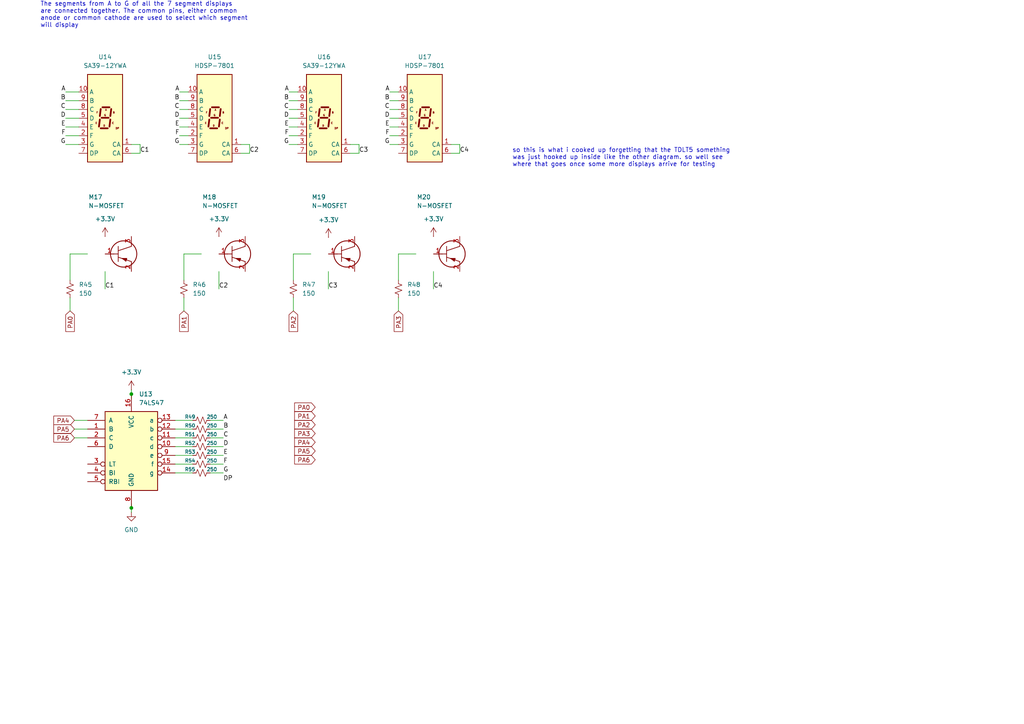
<source format=kicad_sch>
(kicad_sch (version 20231120) (generator "eeschema") (generator_version "8.0")
  (paper "A4")
  (title_block (title "7-SEG-PLACEMENT"))
  (lib_symbols
    (symbol "74xx:74HC138"
      (property "Reference" "U" (at -7.62 13.97 0))
      (property "Value" "74HC138" (at 2.54 -11.43 0))
      (symbol "74HC138_0_1"
        (rectangle (start -7.62 12.7) (end 7.62 -10.16) (stroke (width 0.254)) (fill (type background)))
      )
      (symbol "74HC138_1_1"
        (pin input line (at -10.16 10.16 0) (length 2.54) (name "A0") (number "1"))
        (pin output line (at 10.16 -2.54 180) (length 2.54) (name "~{Y5}") (number "10"))
        (pin output line (at 10.16 0 180) (length 2.54) (name "~{Y4}") (number "11"))
        (pin output line (at 10.16 2.54 180) (length 2.54) (name "~{Y3}") (number "12"))
        (pin output line (at 10.16 5.08 180) (length 2.54) (name "~{Y2}") (number "13"))
        (pin output line (at 10.16 7.62 180) (length 2.54) (name "~{Y1}") (number "14"))
        (pin output line (at 10.16 10.16 180) (length 2.54) (name "~{Y0}") (number "15"))
        (pin power_in line (at 0 15.24 270) (length 2.54) (name "VCC") (number "16"))
        (pin input line (at -10.16 7.62 0) (length 2.54) (name "A1") (number "2"))
        (pin input line (at -10.16 5.08 0) (length 2.54) (name "A2") (number "3"))
        (pin input line (at -10.16 -2.54 0) (length 2.54) (name "~{E0}") (number "4"))
        (pin input line (at -10.16 -5.08 0) (length 2.54) (name "~{E1}") (number "5"))
        (pin input line (at -10.16 -7.62 0) (length 2.54) (name "E2") (number "6"))
        (pin output line (at 10.16 -7.62 180) (length 2.54) (name "~{Y7}") (number "7"))
        (pin power_in line (at 0 -12.7 90) (length 2.54) (name "GND") (number "8"))
        (pin output line (at 10.16 -5.08 180) (length 2.54) (name "~{Y6}") (number "9"))
      )
    )
    (symbol "74xx:74LS47" (pin_names (offset 1.016))
      (property "Reference" "U" (at -7.62 11.43 0))
      (property "Value" "74LS47" (at -7.62 -13.97 0))
      (symbol "74LS47_1_0"
        (pin input line (at -12.7 5.08 0) (length 5.08) (name "B") (number "1"))
        (pin open_collector inverted (at 12.7 0 180) (length 5.08) (name "d") (number "10"))
        (pin open_collector inverted (at 12.7 2.54 180) (length 5.08) (name "c") (number "11"))
        (pin open_collector inverted (at 12.7 5.08 180) (length 5.08) (name "b") (number "12"))
        (pin open_collector inverted (at 12.7 7.62 180) (length 5.08) (name "a") (number "13"))
        (pin open_collector inverted (at 12.7 -7.62 180) (length 5.08) (name "g") (number "14"))
        (pin open_collector inverted (at 12.7 -5.08 180) (length 5.08) (name "f") (number "15"))
        (pin power_in line (at 0 15.24 270) (length 5.08) (name "VCC") (number "16"))
        (pin input line (at -12.7 2.54 0) (length 5.08) (name "C") (number "2"))
        (pin input inverted (at -12.7 -5.08 0) (length 5.08) (name "LT") (number "3"))
        (pin input inverted (at -12.7 -7.62 0) (length 5.08) (name "BI") (number "4"))
        (pin input inverted (at -12.7 -10.16 0) (length 5.08) (name "RBI") (number "5"))
        (pin input line (at -12.7 0 0) (length 5.08) (name "D") (number "6"))
        (pin input line (at -12.7 7.62 0) (length 5.08) (name "A") (number "7"))
        (pin power_in line (at 0 -17.78 90) (length 5.08) (name "GND") (number "8"))
        (pin open_collector inverted (at 12.7 -2.54 180) (length 5.08) (name "e") (number "9"))
      )
      (symbol "74LS47_1_1"
        (rectangle (start -7.62 10.16) (end 7.62 -12.7) (stroke (width 0.254)) (fill (type background)))
      )
    )
    (symbol "Device:R_Small_US" (pin_numbers hide) (pin_names (offset 0.254) hide)
      (property "Reference" "R" (at 0.762 0.508 0))
      (property "Value" "R_Small_US" (at 0.762 -1.016 0))
      (symbol "R_Small_US_1_1"
        (polyline (pts (xy 0 0) (xy 1.016 -0.381) (xy 0 -0.762) (xy -1.016 -1.143) (xy 0 -1.524)))
        (polyline (pts (xy 0 1.524) (xy 1.016 1.143) (xy 0 0.762) (xy -1.016 0.381) (xy 0 0)))
        (pin passive line (at 0 2.54 270) (length 1.016) (name "~") (number "1"))
        (pin passive line (at 0 -2.54 90) (length 1.016) (name "~") (number "2"))
      )
    )
    (symbol "Display_Character:HDSP-7801"
      (property "Reference" "U" (at -3.81 13.97 0))
      (property "Value" "HDSP-7801" (at 6.35 13.97 0))
      (symbol "HDSP-7801_1_0"
        (text "A" (at 0.254 2.413 0) (effects (font (size 0.508 0.508))))
        (text "B" (at 2.54 1.651 0) (effects (font (size 0.508 0.508))))
        (text "C" (at 2.286 -1.397 0) (effects (font (size 0.508 0.508))))
        (text "D" (at -0.254 -2.159 0) (effects (font (size 0.508 0.508))))
        (text "DP" (at 3.556 -2.921 0) (effects (font (size 0.508 0.508))))
        (text "E" (at -2.54 -1.397 0) (effects (font (size 0.508 0.508))))
        (text "F" (at -2.286 1.651 0) (effects (font (size 0.508 0.508))))
        (text "G" (at 0 0.889 0) (effects (font (size 0.508 0.508))))
      )
      (symbol "HDSP-7801_1_1"
        (rectangle (start -5.08 12.7) (end 5.08 -12.7) (stroke (width 0.254)) (fill (type background)))
        (polyline (pts (xy -1.524 -0.381) (xy -1.778 -2.413)) (stroke (width 0.508)))
        (polyline (pts (xy -1.27 -2.921) (xy 0.762 -2.921)) (stroke (width 0.508)))
        (polyline (pts (xy -1.27 2.667) (xy -1.524 0.635)) (stroke (width 0.508)))
        (polyline (pts (xy -1.016 0.127) (xy 1.016 0.127)) (stroke (width 0.508)))
        (polyline (pts (xy -0.762 3.175) (xy 1.27 3.175)) (stroke (width 0.508)))
        (polyline (pts (xy 1.524 -0.381) (xy 1.27 -2.413)) (stroke (width 0.508)))
        (polyline (pts (xy 1.778 2.667) (xy 1.524 0.635)) (stroke (width 0.508)))
        (polyline (pts (xy 2.54 -2.921) (xy 2.54 -2.921)) (stroke (width 0.508)))
        (pin input line (at 7.62 -7.62 180) (length 2.54) (name "CA") (number "1"))
        (pin input line (at -7.62 7.62 0) (length 2.54) (name "A") (number "10"))
        (pin input line (at -7.62 -5.08 0) (length 2.54) (name "F") (number "2"))
        (pin input line (at -7.62 -7.62 0) (length 2.54) (name "G") (number "3"))
        (pin input line (at -7.62 -2.54 0) (length 2.54) (name "E") (number "4"))
        (pin input line (at -7.62 0 0) (length 2.54) (name "D") (number "5"))
        (pin input line (at 7.62 -10.16 180) (length 2.54) (name "CA") (number "6"))
        (pin input line (at -7.62 -10.16 0) (length 2.54) (name "DP") (number "7"))
        (pin input line (at -7.62 2.54 0) (length 2.54) (name "C") (number "8"))
        (pin input line (at -7.62 5.08 0) (length 2.54) (name "B") (number "9"))
      )
    )
    (symbol "Display_Character:SA39-12YWA"
      (property "Reference" "U" (at -3.81 13.97 0))
      (property "Value" "SA39-12YWA" (at 6.35 13.97 0))
      (symbol "SA39-12YWA_1_0"
        (text "A" (at 0.254 2.413 0) (effects (font (size 0.508 0.508))))
        (text "B" (at 2.54 1.651 0) (effects (font (size 0.508 0.508))))
        (text "C" (at 2.286 -1.397 0) (effects (font (size 0.508 0.508))))
        (text "D" (at -0.254 -2.159 0) (effects (font (size 0.508 0.508))))
        (text "DP" (at 3.556 -2.921 0) (effects (font (size 0.508 0.508))))
        (text "E" (at -2.54 -1.397 0) (effects (font (size 0.508 0.508))))
        (text "F" (at -2.286 1.651 0) (effects (font (size 0.508 0.508))))
        (text "G" (at 0 0.889 0) (effects (font (size 0.508 0.508))))
      )
      (symbol "SA39-12YWA_1_1"
        (rectangle (start -5.08 12.7) (end 5.08 -12.7) (stroke (width 0.254)) (fill (type background)))
        (polyline (pts (xy -1.524 -0.381) (xy -1.778 -2.413)) (stroke (width 0.508)))
        (polyline (pts (xy -1.27 -2.921) (xy 0.762 -2.921)) (stroke (width 0.508)))
        (polyline (pts (xy -1.27 2.667) (xy -1.524 0.635)) (stroke (width 0.508)))
        (polyline (pts (xy -1.016 0.127) (xy 1.016 0.127)) (stroke (width 0.508)))
        (polyline (pts (xy -0.762 3.175) (xy 1.27 3.175)) (stroke (width 0.508)))
        (polyline (pts (xy 1.524 -0.381) (xy 1.27 -2.413)) (stroke (width 0.508)))
        (polyline (pts (xy 1.778 2.667) (xy 1.524 0.635)) (stroke (width 0.508)))
        (polyline (pts (xy 2.54 -2.921) (xy 2.54 -2.921)) (stroke (width 0.508)))
        (pin input line (at 7.62 -7.62 180) (length 2.54) (name "CA") (number "1"))
        (pin input line (at -7.62 7.62 0) (length 2.54) (name "A") (number "10"))
        (pin input line (at -7.62 -5.08 0) (length 2.54) (name "F") (number "2"))
        (pin input line (at -7.62 -7.62 0) (length 2.54) (name "G") (number "3"))
        (pin input line (at -7.62 -2.54 0) (length 2.54) (name "E") (number "4"))
        (pin input line (at -7.62 0 0) (length 2.54) (name "D") (number "5"))
        (pin input line (at 7.62 -10.16 180) (length 2.54) (name "CA") (number "6"))
        (pin input line (at -7.62 -10.16 0) (length 2.54) (name "DP") (number "7"))
        (pin input line (at -7.62 2.54 0) (length 2.54) (name "C") (number "8"))
        (pin input line (at -7.62 5.08 0) (length 2.54) (name "B") (number "9"))
      )
    )
    (symbol "TLC59210IN_SHIFT_REG:TLC59210IN" (pin_names (offset 0.254))
      (property "Reference" "U" (at 27.94 10.16 0))
      (property "Value" "TLC59210IN" (at 27.94 7.62 0))
      (symbol "TLC59210IN_0_1"
        (polyline (pts (xy 7.62 -27.94) (xy 48.26 -27.94)) (stroke (width 0.127)))
        (polyline (pts (xy 7.62 5.08) (xy 7.62 -27.94)) (stroke (width 0.127)))
        (polyline (pts (xy 48.26 -27.94) (xy 48.26 5.08)) (stroke (width 0.127)))
        (polyline (pts (xy 48.26 5.08) (xy 7.62 5.08)) (stroke (width 0.127)))
        (pin input line (at 0 0 0) (length 7.62) (name "*CLR") (number "1"))
        (pin input line (at 0 -22.86 0) (length 7.62) (name "CLK") (number "10"))
        (pin power_in line (at 55.88 -22.86 180) (length 7.62) (name "GND") (number "11"))
        (pin output line (at 55.88 -20.32 180) (length 7.62) (name "*Y8") (number "12"))
        (pin output line (at 55.88 -17.78 180) (length 7.62) (name "*Y7") (number "13"))
        (pin output line (at 55.88 -15.24 180) (length 7.62) (name "*Y6") (number "14"))
        (pin output line (at 55.88 -12.7 180) (length 7.62) (name "*Y5") (number "15"))
        (pin output line (at 55.88 -10.16 180) (length 7.62) (name "*Y4") (number "16"))
        (pin output line (at 55.88 -7.62 180) (length 7.62) (name "*Y3") (number "17"))
        (pin output line (at 55.88 -5.08 180) (length 7.62) (name "*Y2") (number "18"))
        (pin output line (at 55.88 -2.54 180) (length 7.62) (name "*Y1") (number "19"))
        (pin input line (at 0 -2.54 0) (length 7.62) (name "D1") (number "2"))
        (pin power_in line (at 55.88 0 180) (length 7.62) (name "VCC") (number "20"))
        (pin input line (at 0 -5.08 0) (length 7.62) (name "D2") (number "3"))
        (pin input line (at 0 -7.62 0) (length 7.62) (name "D3") (number "4"))
        (pin input line (at 0 -10.16 0) (length 7.62) (name "D4") (number "5"))
        (pin input line (at 0 -12.7 0) (length 7.62) (name "D5") (number "6"))
        (pin input line (at 0 -15.24 0) (length 7.62) (name "D6") (number "7"))
        (pin input line (at 0 -17.78 0) (length 7.62) (name "D7") (number "8"))
        (pin input line (at 0 -20.32 0) (length 7.62) (name "D8") (number "9"))
      )
    )
    (symbol "pn2907a-smt:PMBT2907A_235" (pin_names (offset 0.254))
      (property "Reference" "Q" (at 10.16 2.54 0))
      (property "Value" "PMBT2907A_235" (at 21.336 -5.588 0))
      (symbol "PMBT2907A_235_0_1"
        (polyline (pts (xy 2.54 0) (xy 3.81 0)) (stroke (width 0.2032)))
        (polyline (pts (xy 3.81 -2.2098) (xy 3.81 2.2098)) (stroke (width 0.2032)))
        (polyline (pts (xy 3.81 -0.9398) (xy 7.62 -2.2098)) (stroke (width 0.2032)))
        (polyline (pts (xy 3.81 0.9398) (xy 7.62 2.2098)) (stroke (width 0.2032)))
        (polyline (pts (xy 7.62 -2.54) (xy 7.62 -2.2098)) (stroke (width 0.2032)))
        (polyline (pts (xy 7.62 2.2098) (xy 7.62 2.54)) (stroke (width 0.2032)))
        (polyline (pts (xy 6.0198 -2.2098) (xy 6.35 -1.27) (xy 4.7498 -1.27)) (fill (type outline)))
        (circle (center 5.3848 0) (radius 3.81) (stroke (width 0.254)))
        (pin unspecified line (at 0 0 0) (length 2.54) (name "") (number "1"))
        (pin unspecified line (at 7.62 -5.08 90) (length 2.54) (name "") (number "2"))
        (pin unspecified line (at 7.62 5.08 270) (length 2.54) (name "") (number "3"))
      )
    )
    (symbol "power:+3.3V" (power) (pin_numbers hide) (pin_names (offset 0) hide)
      (property "Value" "+3.3V" (at 0 3.556 0))
      (symbol "+3.3V_0_1"
        (polyline (pts (xy -0.762 1.27) (xy 0 2.54)))
        (polyline (pts (xy 0 0) (xy 0 2.54)))
        (polyline (pts (xy 0 2.54) (xy 0.762 1.27)))
      )
      (symbol "+3.3V_1_1"
        (pin power_in line (at 0 0 90) (length 0) (name "~") (number "1"))
      )
    )
    (symbol "power:GND" (power) (pin_numbers hide) (pin_names (offset 0) hide)
      (property "Value" "GND" (at 0 -3.81 0))
      (symbol "GND_0_1"
        (polyline (pts (xy 0 0) (xy 0 -1.27) (xy 1.27 -1.27) (xy 0 -2.54) (xy -1.27 -1.27) (xy 0 -1.27)))
      )
      (symbol "GND_1_1"
        (pin power_in line (at 0 0 270) (length 0) (name "~") (number "1"))
      )
    )
  )
  (junction (at 38.1 114.3))
  (junction (at 351.79 -35.56))
  (junction (at 38.1 147.32))
  (junction (at 355.6 -31.75))
  (junction (at 349.25 -38.1))
  (junction (at 388.62 -30.48))
  (junction (at 382.27 -36.83))
  (junction (at 387.35 -31.75))
  (junction (at 431.8 66.04))
  (junction (at 350.52 -36.83))
  (junction (at 381 -38.1))
  (junction (at 384.81 -34.29))
  (junction (at 356.87 -30.48))
  (junction (at 354.33 -33.02))
  (junction (at 383.54 -35.56))
  (junction (at 353.06 -34.29))
  (junction (at 313.69 78.74))
  (junction (at 386.08 -33.02))
  (wire (pts (xy 30.48 78.74) (xy 30.48 83.82)))
  (wire (pts (xy 20.32 73.66) (xy 20.32 81.28)))
  (wire (pts (xy 383.54 -35.56) (xy 412.75 -35.56)))
  (wire (pts (xy 455.93 92.71) (xy 455.93 78.74)))
  (wire (pts (xy 323.85 -16.51) (xy 323.85 -31.75)))
  (wire (pts (xy 364.49 26.67) (xy 359.41 26.67)))
  (wire (pts (xy 449.58 111.76) (xy 449.58 97.79)))
  (wire (pts (xy 468.63 73.66) (xy 431.8 73.66)))
  (wire (pts (xy 326.39 57.15) (xy 326.39 58.42)))
  (wire (pts (xy 389.89 -13.97) (xy 386.08 -13.97)))
  (wire (pts (xy 318.77 -6.35) (xy 318.77 -36.83)))
  (wire (pts (xy 133.35 41.91) (xy 133.35 44.45)))
  (wire (pts (xy 435.61 -1.27) (xy 434.34 -1.27)))
  (wire (pts (xy 462.28 111.76) (xy 462.28 97.79)))
  (wire (pts (xy 314.96 81.28) (xy 316.23 81.28)))
  (wire (pts (xy 40.64 41.91) (xy 40.64 44.45)))
  (wire (pts (xy 69.85 41.91) (xy 72.39 41.91)))
  (wire (pts (xy 449.58 92.71) (xy 449.58 81.28)))
  (wire (pts (xy 344.17 31.75) (xy 344.17 35.56)))
  (wire (pts (xy 417.83 -19.05) (xy 419.1 -19.05)))
  (wire (pts (xy 85.09 73.66) (xy 85.09 81.28)))
  (wire (pts (xy 350.52 -36.83) (xy 382.27 -36.83)))
  (wire (pts (xy 396.24 31.75) (xy 396.24 35.56)))
  (wire (pts (xy 50.8 124.46) (xy 55.88 124.46)))
  (wire (pts (xy 462.28 92.71) (xy 462.28 76.2)))
  (wire (pts (xy 389.89 -3.81) (xy 381 -3.81)))
  (wire (pts (xy 50.8 134.62) (xy 55.88 134.62)))
  (wire (pts (xy 340.36 63.5) (xy 336.55 63.5)))
  (wire (pts (xy 60.96 129.54) (xy 64.77 129.54)))
  (wire (pts (xy 359.41 40.64) (xy 359.41 38.1)))
  (wire (pts (xy 389.89 -11.43) (xy 384.81 -11.43)))
  (wire (pts (xy 414.02 -11.43) (xy 419.1 -11.43)))
  (wire (pts (xy 421.64 31.75) (xy 421.64 35.56)))
  (wire (pts (xy 354.33 -33.02) (xy 386.08 -33.02)))
  (wire (pts (xy 326.39 -11.43) (xy 321.31 -11.43)))
  (wire (pts (xy 386.08 40.64) (xy 386.08 38.1)))
  (wire (pts (xy 358.14 -8.89) (xy 351.79 -8.89)))
  (wire (pts (xy 326.39 -13.97) (xy 322.58 -13.97)))
  (wire (pts (xy 83.82 41.91) (xy 86.36 41.91)))
  (wire (pts (xy 481.33 68.58) (xy 431.8 68.58)))
  (wire (pts (xy 64.77 121.92) (xy 60.96 121.92)))
  (wire (pts (xy 322.58 -13.97) (xy 322.58 -33.02)))
  (wire (pts (xy 326.39 -19.05) (xy 325.12 -19.05)))
  (wire (pts (xy 374.65 -3.81) (xy 374.65 -1.27)))
  (wire (pts (xy 412.75 -35.56) (xy 412.75 -8.89)))
  (wire (pts (xy 355.6 -31.75) (xy 387.35 -31.75)))
  (wire (pts (xy 369.57 21.59) (xy 369.57 17.78)))
  (wire (pts (xy 115.57 90.17) (xy 115.57 86.36)))
  (wire (pts (xy 382.27 -6.35) (xy 382.27 -36.83)))
  (wire (pts (xy 325.12 -30.48) (xy 356.87 -30.48)))
  (wire (pts (xy 53.34 90.17) (xy 53.34 86.36)))
  (wire (pts (xy 50.8 127) (xy 55.88 127)))
  (wire (pts (xy 38.1 113.03) (xy 38.1 114.3)))
  (wire (pts (xy 25.4 73.66) (xy 20.32 73.66)))
  (wire (pts (xy 317.5 -3.81) (xy 317.5 -38.1)))
  (wire (pts (xy 72.39 44.45) (xy 69.85 44.45)))
  (wire (pts (xy 21.59 121.92) (xy 25.4 121.92)))
  (wire (pts (xy 443.23 92.71) (xy 443.23 83.82)))
  (wire (pts (xy 50.8 129.54) (xy 55.88 129.54)))
  (wire (pts (xy 416.56 26.67) (xy 411.48 26.67)))
  (wire (pts (xy 20.32 90.17) (xy 20.32 86.36)))
  (wire (pts (xy 386.08 26.67) (xy 386.08 33.02)))
  (wire (pts (xy 372.11 78.74) (xy 375.92 78.74)))
  (wire (pts (xy 382.27 -36.83) (xy 411.48 -36.83)))
  (wire (pts (xy 355.6 -31.75) (xy 355.6 -16.51)))
  (wire (pts (xy 19.05 29.21) (xy 22.86 29.21)))
  (wire (pts (xy 60.96 127) (xy 64.77 127)))
  (wire (pts (xy 373.38 -3.81) (xy 374.65 -3.81)))
  (wire (pts (xy 334.01 26.67) (xy 334.01 33.02)))
  (wire (pts (xy 115.57 73.66) (xy 115.57 81.28)))
  (wire (pts (xy 358.14 -13.97) (xy 354.33 -13.97)))
  (wire (pts (xy 316.23 76.2) (xy 313.69 76.2)))
  (wire (pts (xy 321.31 -11.43) (xy 321.31 -34.29)))
  (wire (pts (xy 351.79 -35.56) (xy 351.79 -8.89)))
  (wire (pts (xy 415.29 -13.97) (xy 419.1 -13.97)))
  (wire (pts (xy 443.23 97.79) (xy 443.23 111.76)))
  (wire (pts (xy 63.5 78.74) (xy 63.5 83.82)))
  (wire (pts (xy 384.81 -11.43) (xy 384.81 -34.29)))
  (wire (pts (xy 406.4 -3.81) (xy 406.4 -1.27)))
  (wire (pts (xy 353.06 -11.43) (xy 353.06 -34.29)))
  (wire (pts (xy 433.07 88.9) (xy 431.8 88.9)))
  (wire (pts (xy 52.07 31.75) (xy 54.61 31.75)))
  (wire (pts (xy 313.69 63.5) (xy 316.23 63.5)))
  (wire (pts (xy 83.82 39.37) (xy 86.36 39.37)))
  (wire (pts (xy 83.82 36.83) (xy 86.36 36.83)))
  (wire (pts (xy 52.07 39.37) (xy 54.61 39.37)))
  (wire (pts (xy 356.87 -30.48) (xy 388.62 -30.48)))
  (wire (pts (xy 50.8 132.08) (xy 55.88 132.08)))
  (wire (pts (xy 323.85 -31.75) (xy 355.6 -31.75)))
  (wire (pts (xy 113.03 36.83) (xy 115.57 36.83)))
  (wire (pts (xy 19.05 34.29) (xy 22.86 34.29)))
  (wire (pts (xy 113.03 26.67) (xy 115.57 26.67)))
  (wire (pts (xy 83.82 26.67) (xy 86.36 26.67)))
  (wire (pts (xy 325.12 -19.05) (xy 325.12 -30.48)))
  (wire (pts (xy 19.05 39.37) (xy 22.86 39.37)))
  (wire (pts (xy 130.81 41.91) (xy 133.35 41.91)))
  (wire (pts (xy 389.89 -19.05) (xy 388.62 -19.05)))
  (wire (pts (xy 52.07 26.67) (xy 54.61 26.67)))
  (wire (pts (xy 389.89 -16.51) (xy 387.35 -16.51)))
  (wire (pts (xy 374.65 -1.27) (xy 373.38 -1.27)))
  (wire (pts (xy 414.02 -34.29) (xy 414.02 -11.43)))
  (wire (pts (xy 52.07 34.29) (xy 54.61 34.29)))
  (wire (pts (xy 381 -3.81) (xy 381 -38.1)))
  (wire (pts (xy 405.13 -3.81) (xy 406.4 -3.81)))
  (wire (pts (xy 113.03 34.29) (xy 115.57 34.29)))
  (wire (pts (xy 411.48 -36.83) (xy 411.48 -6.35)))
  (wire (pts (xy 19.05 31.75) (xy 22.86 31.75)))
  (wire (pts (xy 326.39 -8.89) (xy 320.04 -8.89)))
  (wire (pts (xy 443.23 83.82) (xy 431.8 83.82)))
  (wire (pts (xy 372.11 81.28) (xy 375.92 81.28)))
  (wire (pts (xy 435.61 -3.81) (xy 435.61 -1.27)))
  (wire (pts (xy 326.39 -6.35) (xy 318.77 -6.35)))
  (wire (pts (xy 341.63 -3.81) (xy 342.9 -3.81)))
  (wire (pts (xy 358.14 -16.51) (xy 355.6 -16.51)))
  (wire (pts (xy 416.56 -31.75) (xy 416.56 -16.51)))
  (wire (pts (xy 474.98 111.76) (xy 474.98 97.79)))
  (wire (pts (xy 340.36 68.58) (xy 336.55 68.58)))
  (wire (pts (xy 318.77 -36.83) (xy 350.52 -36.83)))
  (wire (pts (xy 434.34 -3.81) (xy 435.61 -3.81)))
  (wire (pts (xy 83.82 29.21) (xy 86.36 29.21)))
  (wire (pts (xy 415.29 -33.02) (xy 415.29 -13.97)))
  (wire (pts (xy 411.48 26.67) (xy 411.48 33.02)))
  (wire (pts (xy 50.8 137.16) (xy 55.88 137.16)))
  (wire (pts (xy 462.28 76.2) (xy 431.8 76.2)))
  (wire (pts (xy 101.6 41.91) (xy 104.14 41.91)))
  (wire (pts (xy 410.21 -3.81) (xy 419.1 -3.81)))
  (wire (pts (xy 113.03 41.91) (xy 115.57 41.91)))
  (wire (pts (xy 455.93 111.76) (xy 455.93 97.79)))
  (wire (pts (xy 411.48 -6.35) (xy 419.1 -6.35)))
  (wire (pts (xy 369.57 17.78) (xy 373.38 17.78)))
  (wire (pts (xy 52.07 41.91) (xy 54.61 41.91)))
  (wire (pts (xy 412.75 -8.89) (xy 419.1 -8.89)))
  (wire (pts (xy 387.35 -31.75) (xy 416.56 -31.75)))
  (wire (pts (xy 125.73 78.74) (xy 125.73 83.82)))
  (wire (pts (xy 481.33 97.79) (xy 481.33 111.76)))
  (wire (pts (xy 113.03 39.37) (xy 115.57 39.37)))
  (wire (pts (xy 313.69 76.2) (xy 313.69 78.74)))
  (wire (pts (xy 340.36 73.66) (xy 336.55 73.66)))
  (wire (pts (xy 19.05 26.67) (xy 22.86 26.67)))
  (wire (pts (xy 349.25 -3.81) (xy 349.25 -38.1)))
  (wire (pts (xy 436.88 92.71) (xy 436.88 86.36)))
  (wire (pts (xy 351.79 -35.56) (xy 383.54 -35.56)))
  (wire (pts (xy 19.05 36.83) (xy 22.86 36.83)))
  (wire (pts (xy 320.04 -35.56) (xy 351.79 -35.56)))
  (wire (pts (xy 38.1 41.91) (xy 40.64 41.91)))
  (wire (pts (xy 411.48 40.64) (xy 411.48 38.1)))
  (wire (pts (xy 320.04 -8.89) (xy 320.04 -35.56)))
  (wire (pts (xy 383.54 -35.56) (xy 383.54 -8.89)))
  (wire (pts (xy 321.31 -34.29) (xy 353.06 -34.29)))
  (wire (pts (xy 359.41 26.67) (xy 359.41 33.02)))
  (wire (pts (xy 53.34 73.66) (xy 53.34 81.28)))
  (wire (pts (xy 133.35 44.45) (xy 130.81 44.45)))
  (wire (pts (xy 358.14 -19.05) (xy 356.87 -19.05)))
  (wire (pts (xy 313.69 66.04) (xy 316.23 66.04)))
  (wire (pts (xy 58.42 73.66) (xy 53.34 73.66)))
  (wire (pts (xy 60.96 137.16) (xy 64.77 137.16)))
  (wire (pts (xy 113.03 31.75) (xy 115.57 31.75)))
  (wire (pts (xy 113.03 29.21) (xy 115.57 29.21)))
  (wire (pts (xy 21.59 127) (xy 25.4 127)))
  (wire (pts (xy 340.36 66.04) (xy 336.55 66.04)))
  (wire (pts (xy 474.98 71.12) (xy 474.98 92.71)))
  (wire (pts (xy 326.39 87.63) (xy 326.39 86.36)))
  (wire (pts (xy 52.07 29.21) (xy 54.61 29.21)))
  (wire (pts (xy 386.08 -33.02) (xy 415.29 -33.02)))
  (wire (pts (xy 21.59 124.46) (xy 25.4 124.46)))
  (wire (pts (xy 436.88 86.36) (xy 431.8 86.36)))
  (wire (pts (xy 72.39 41.91) (xy 72.39 44.45)))
  (wire (pts (xy 455.93 78.74) (xy 431.8 78.74)))
  (wire (pts (xy 381 -38.1) (xy 410.21 -38.1)))
  (wire (pts (xy 427.99 66.04) (xy 431.8 66.04)))
  (wire (pts (xy 83.82 31.75) (xy 86.36 31.75)))
  (wire (pts (xy 313.69 78.74) (xy 316.23 78.74)))
  (wire (pts (xy 340.36 81.28) (xy 336.55 81.28)))
  (wire (pts (xy 317.5 -38.1) (xy 349.25 -38.1)))
  (wire (pts (xy 391.16 26.67) (xy 386.08 26.67)))
  (wire (pts (xy 388.62 -30.48) (xy 388.62 -19.05)))
  (wire (pts (xy 417.83 -30.48) (xy 417.83 -19.05)))
  (wire (pts (xy 326.39 -3.81) (xy 317.5 -3.81)))
  (wire (pts (xy 342.9 -3.81) (xy 342.9 -1.27)))
  (wire (pts (xy 311.15 78.74) (xy 313.69 78.74)))
  (wire (pts (xy 369.57 31.75) (xy 369.57 35.56)))
  (wire (pts (xy 38.1 148.59) (xy 38.1 147.32)))
  (wire (pts (xy 373.38 17.78) (xy 373.38 19.05)))
  (wire (pts (xy 340.36 71.12) (xy 336.55 71.12)))
  (wire (pts (xy 120.65 73.66) (xy 115.57 73.66)))
  (wire (pts (xy 384.81 -34.29) (xy 414.02 -34.29)))
  (wire (pts (xy 334.01 40.64) (xy 334.01 38.1)))
  (wire (pts (xy 481.33 92.71) (xy 481.33 68.58)))
  (wire (pts (xy 372.11 73.66) (xy 375.92 73.66)))
  (wire (pts (xy 372.11 68.58) (xy 375.92 68.58)))
  (wire (pts (xy 313.69 68.58) (xy 316.23 68.58)))
  (wire (pts (xy 372.11 86.36) (xy 375.92 86.36)))
  (wire (pts (xy 60.96 134.62) (xy 64.77 134.62)))
  (wire (pts (xy 95.25 78.74) (xy 95.25 83.82)))
  (wire (pts (xy 389.89 -8.89) (xy 383.54 -8.89)))
  (wire (pts (xy 38.1 147.32) (xy 38.1 146.05)))
  (wire (pts (xy 339.09 26.67) (xy 334.01 26.67)))
  (wire (pts (xy 358.14 -3.81) (xy 349.25 -3.81)))
  (wire (pts (xy 358.14 -6.35) (xy 350.52 -6.35)))
  (wire (pts (xy 388.62 -30.48) (xy 417.83 -30.48)))
  (wire (pts (xy 353.06 -34.29) (xy 384.81 -34.29)))
  (wire (pts (xy 350.52 -6.35) (xy 350.52 -36.83)))
  (wire (pts (xy 83.82 34.29) (xy 86.36 34.29)))
  (wire (pts (xy 468.63 92.71) (xy 468.63 73.66)))
  (wire (pts (xy 387.35 -31.75) (xy 387.35 -16.51)))
  (wire (pts (xy 431.8 71.12) (xy 474.98 71.12)))
  (wire (pts (xy 372.11 83.82) (xy 375.92 83.82)))
  (wire (pts (xy 326.39 -16.51) (xy 323.85 -16.51)))
  (wire (pts (xy 38.1 114.3) (xy 38.1 115.57)))
  (wire (pts (xy 406.4 -1.27) (xy 405.13 -1.27)))
  (wire (pts (xy 389.89 -6.35) (xy 382.27 -6.35)))
  (wire (pts (xy 349.25 -38.1) (xy 381 -38.1)))
  (wire (pts (xy 431.8 66.04) (xy 434.34 66.04)))
  (wire (pts (xy 356.87 -30.48) (xy 356.87 -19.05)))
  (wire (pts (xy 342.9 -1.27) (xy 341.63 -1.27)))
  (wire (pts (xy 436.88 97.79) (xy 436.88 111.76)))
  (wire (pts (xy 19.05 41.91) (xy 22.86 41.91)))
  (wire (pts (xy 416.56 -16.51) (xy 419.1 -16.51)))
  (wire (pts (xy 449.58 81.28) (xy 431.8 81.28)))
  (wire (pts (xy 322.58 -33.02) (xy 354.33 -33.02)))
  (wire (pts (xy 468.63 111.76) (xy 468.63 97.79)))
  (wire (pts (xy 85.09 90.17) (xy 85.09 86.36)))
  (wire (pts (xy 386.08 -13.97) (xy 386.08 -33.02)))
  (wire (pts (xy 372.11 71.12) (xy 375.92 71.12)))
  (wire (pts (xy 104.14 41.91) (xy 104.14 44.45)))
  (wire (pts (xy 40.64 44.45) (xy 38.1 44.45)))
  (wire (pts (xy 104.14 44.45) (xy 101.6 44.45)))
  (wire (pts (xy 372.11 76.2) (xy 375.92 76.2)))
  (wire (pts (xy 90.17 73.66) (xy 85.09 73.66)))
  (wire (pts (xy 60.96 124.46) (xy 64.77 124.46)))
  (wire (pts (xy 354.33 -13.97) (xy 354.33 -33.02)))
  (wire (pts (xy 60.96 132.08) (xy 64.77 132.08)))
  (wire (pts (xy 52.07 36.83) (xy 54.61 36.83)))
  (wire (pts (xy 340.36 78.74) (xy 336.55 78.74)))
  (wire (pts (xy 55.88 121.92) (xy 50.8 121.92)))
  (wire (pts (xy 410.21 -38.1) (xy 410.21 -3.81)))
  (wire (pts (xy 340.36 76.2) (xy 336.55 76.2)))
  (wire (pts (xy 358.14 -11.43) (xy 353.06 -11.43)))
  (text "The segments from A to G of all the 7 segment displays \nare connected together. The common pins, either common \nanode or common cathode are used to select which segment \nwill display" (at 11.684 0.508 0) (effects (font (size 1.27 1.27)) (justify left top)))
  (text "PB8-10\n" (at 309.372 59.69 0) (effects (font (size 1.27 1.27))))
  (text "NOTHING\n" (at 373.634 65.278 0) (effects (font (size 1.27 1.27))))
  (text "NOTHING\n" (at 373.126 90.932 0) (effects (font (size 1.27 1.27))))
  (text "if i do it this way then all of the code can be set up the same\n" (at 534.67 12.7 0) (effects (font (size 1.27 1.27))))
  (text "so this is what i cooked up forgetting that the TDLT5 something \nwas just hooked up inside like the other diagram. so well see \nwhere that goes once some more displays arrive for testing" (at 148.59 42.926 0) (effects (font (size 1.27 1.27)) (justify left top)))
  (label "C2" (at 72.39 44.45 0))
  (label "B" (at 19.05 29.21 180))
  (label "D" (at 113.03 34.29 180))
  (label "R3" (at 340.36 68.58 0))
  (label "B" (at 113.03 29.21 180))
  (label "C4" (at 435.61 -1.27 0))
  (label "R4" (at 411.48 40.64 0))
  (label "A" (at 64.77 121.92 0))
  (label "G" (at 113.03 41.91 180))
  (label "D" (at 83.82 34.29 180))
  (label "D" (at 414.02 -34.29 0))
  (label "A" (at 417.83 -30.48 0))
  (label "B" (at 83.82 29.21 180))
  (label "A" (at 83.82 26.67 180))
  (label "C1" (at 344.17 35.56 0))
  (label "C" (at 19.05 31.75 180))
  (label "C4" (at 133.35 44.45 0))
  (label "B" (at 52.07 29.21 180))
  (label "R6" (at 340.36 76.2 0))
  (label "G" (at 52.07 41.91 180))
  (label "F" (at 411.48 -36.83 0))
  (label "R8" (at 340.36 81.28 0))
  (label "E" (at 83.82 36.83 180))
  (label "C" (at 83.82 31.75 180))
  (label "F" (at 64.77 134.62 0))
  (label "B" (at 64.77 124.46 0))
  (label "G" (at 64.77 137.16 0))
  (label "F" (at 113.03 39.37 180))
  (label "C4" (at 125.73 83.82 0))
  (label "R2" (at 340.36 66.04 0))
  (label "C1" (at 342.9 -1.27 0))
  (label "R7" (at 340.36 78.74 0))
  (label "E" (at 113.03 36.83 180))
  (label "C3" (at 95.25 83.82 0))
  (label "G" (at 19.05 41.91 180))
  (label "C2" (at 374.65 -1.27 0))
  (label "E" (at 412.75 -35.56 0))
  (label "A" (at 19.05 26.67 180))
  (label "D" (at 52.07 34.29 180))
  (label "D" (at 19.05 34.29 180))
  (label "B" (at 416.56 -31.75 0))
  (label "C4" (at 421.64 35.56 0))
  (label "C" (at 415.29 -33.02 0))
  (label "C2" (at 63.5 83.82 0))
  (label "R2" (at 359.41 40.64 0))
  (label "R1" (at 334.01 40.64 0))
  (label "F" (at 19.05 39.37 180))
  (label "C3" (at 104.14 44.45 0))
  (label "E" (at 19.05 36.83 180))
  (label "C2" (at 369.57 35.56 0))
  (label "E" (at 52.07 36.83 180))
  (label "R1" (at 340.36 63.5 0))
  (label "A" (at 52.07 26.67 180))
  (label "C3" (at 406.4 -1.27 0))
  (label "C1" (at 30.48 83.82 0))
  (label "R4" (at 340.36 71.12 0))
  (label "DP" (at 64.77 139.7 0))
  (label "C" (at 113.03 31.75 180))
  (label "G" (at 83.82 41.91 180))
  (label "F" (at 83.82 39.37 180))
  (label "E" (at 64.77 132.08 0))
  (label "G" (at 410.21 -38.1 0))
  (label "C" (at 64.77 127 0))
  (label "C1" (at 40.64 44.45 0))
  (label "C3" (at 396.24 35.56 0))
  (label "R5" (at 340.36 73.66 0))
  (label "D" (at 64.77 129.54 0))
  (label "F" (at 52.07 39.37 180))
  (label "A" (at 113.03 26.67 180))
  (label "R3" (at 386.08 40.64 0))
  (label "C" (at 52.07 31.75 180))
  (global_label "PB3" (shape input) (at 372.11 68.58 180) (property "Intersheetrefs" "${INTERSHEET_REFS}" (effects (hide yes))))
  (global_label "PA4" (shape input) (at 21.59 121.92 180) (property "Intersheetrefs" "${INTERSHEET_REFS}" (effects (hide yes))))
  (global_label "PA3" (shape input) (at 115.57 90.17 270) (property "Intersheetrefs" "${INTERSHEET_REFS}" (effects (hide yes))))
  (global_label "PB5" (shape input) (at 372.11 86.36 180) (property "Intersheetrefs" "${INTERSHEET_REFS}" (effects (hide yes))))
  (global_label "D" (shape input) (at 443.23 111.76 270) (property "Intersheetrefs" "${INTERSHEET_REFS}" (effects (hide yes))))
  (global_label "PA5" (shape input) (at 21.59 124.46 180) (property "Intersheetrefs" "${INTERSHEET_REFS}" (effects (hide yes))))
  (global_label "C" (shape input) (at 449.58 111.76 270) (property "Intersheetrefs" "${INTERSHEET_REFS}" (effects (hide yes))))
  (global_label "PA1" (shape input) (at 91.44 120.65 180) (property "Intersheetrefs" "${INTERSHEET_REFS}" (effects (hide yes))))
  (global_label "PB0" (shape input) (at 372.11 81.28 180) (property "Intersheetrefs" "${INTERSHEET_REFS}" (effects (hide yes))))
  (global_label "PB4" (shape input) (at 372.11 71.12 180) (property "Intersheetrefs" "${INTERSHEET_REFS}" (effects (hide yes))))
  (global_label "PB10" (shape input) (at 313.69 68.58 180) (property "Intersheetrefs" "${INTERSHEET_REFS}" (effects (hide yes))))
  (global_label "E" (shape input) (at 436.88 111.76 270) (property "Intersheetrefs" "${INTERSHEET_REFS}" (effects (hide yes))))
  (global_label "F" (shape input) (at 481.33 111.76 270) (property "Intersheetrefs" "${INTERSHEET_REFS}" (effects (hide yes))))
  (global_label "PA0" (shape input) (at 91.44 118.11 180) (property "Intersheetrefs" "${INTERSHEET_REFS}" (effects (hide yes))))
  (global_label "G" (shape input) (at 474.98 111.76 270) (property "Intersheetrefs" "${INTERSHEET_REFS}" (effects (hide yes))))
  (global_label "PA5" (shape input) (at 91.44 130.81 180) (property "Intersheetrefs" "${INTERSHEET_REFS}" (effects (hide yes))))
  (global_label "PB6" (shape input) (at 372.11 78.74 180) (property "Intersheetrefs" "${INTERSHEET_REFS}" (effects (hide yes))))
  (global_label "PB7" (shape input) (at 372.11 73.66 180) (property "Intersheetrefs" "${INTERSHEET_REFS}" (effects (hide yes))))
  (global_label "A" (shape input) (at 462.28 111.76 270) (property "Intersheetrefs" "${INTERSHEET_REFS}" (effects (hide yes))))
  (global_label "PB8" (shape input) (at 313.69 63.5 180) (property "Intersheetrefs" "${INTERSHEET_REFS}" (effects (hide yes))))
  (global_label "PB1" (shape input) (at 372.11 76.2 180) (property "Intersheetrefs" "${INTERSHEET_REFS}" (effects (hide yes))))
  (global_label "PA2" (shape input) (at 91.44 123.19 180) (property "Intersheetrefs" "${INTERSHEET_REFS}" (effects (hide yes))))
  (global_label "PA3" (shape input) (at 91.44 125.73 180) (property "Intersheetrefs" "${INTERSHEET_REFS}" (effects (hide yes))))
  (global_label "H" (shape input) (at 468.63 111.76 270) (property "Intersheetrefs" "${INTERSHEET_REFS}" (effects (hide yes))))
  (global_label "PA2" (shape input) (at 85.09 90.17 270) (property "Intersheetrefs" "${INTERSHEET_REFS}" (effects (hide yes))))
  (global_label "PB2" (shape input) (at 372.11 83.82 180) (property "Intersheetrefs" "${INTERSHEET_REFS}" (effects (hide yes))))
  (global_label "PA4" (shape input) (at 91.44 128.27 180) (property "Intersheetrefs" "${INTERSHEET_REFS}" (effects (hide yes))))
  (global_label "PA1" (shape input) (at 53.34 90.17 270) (property "Intersheetrefs" "${INTERSHEET_REFS}" (effects (hide yes))))
  (global_label "PA6" (shape input) (at 91.44 133.35 180) (property "Intersheetrefs" "${INTERSHEET_REFS}" (effects (hide yes))))
  (global_label "PA0" (shape input) (at 20.32 90.17 270) (property "Intersheetrefs" "${INTERSHEET_REFS}" (effects (hide yes))))
  (global_label "B" (shape input) (at 455.93 111.76 270) (property "Intersheetrefs" "${INTERSHEET_REFS}" (effects (hide yes))))
  (global_label "PA6" (shape input) (at 21.59 127 180) (property "Intersheetrefs" "${INTERSHEET_REFS}" (effects (hide yes))))
  (global_label "PB9" (shape input) (at 313.69 66.04 180) (property "Intersheetrefs" "${INTERSHEET_REFS}" (effects (hide yes))))
  (symbol (lib_id "Display_Character:SA39-12YWA") (at 397.51 -11.43 0) (unit 1)
    (property "Reference" "U21" (at 397.51 -29.21 0))
    (property "Value" "SA39-12YWA" (at 397.51 -26.67 0))
    (property "Footprint" "Display_7Segment:Sx39-1xxxxx" (effects (hide yes)))
    (property "Datasheet" "http://www.kingbrightusa.com/images/catalog/SPEC/sa39-12ywa.pdf" (effects (hide yes)))
    (property "Description" "Single digit 7 segment display, yellow, common anode" (effects (hide yes)))
  )
  (symbol (lib_id "Device:R_Small_US") (at 411.48 35.56 0) (unit 1)
    (property "Reference" "R59" (at 414.02 34.2899 0) (effects (justify left)))
    (property "Value" "150Ω" (at 414.02 36.8299 0) (effects (justify left)))
    (property "Description" "Resistor, small US symbol" (effects (hide yes)))
  )
  (symbol (lib_id "Device:R_Small_US") (at 58.42 127 90) (unit 1)
    (property "Reference" "R51" (at 55.118 125.984 90) (effects (font (size 1.016 1.016))))
    (property "Value" "250" (at 61.468 125.984 90) (effects (font (size 1.016 1.016))))
    (property "Description" "Resistor, small US symbol" (effects (hide yes)))
  )
  (symbol (lib_id "power:+3.3V") (at 125.73 68.58 0) (unit 1)
    (property "Reference" "#PWR067" (effects (hide yes)))
    (property "Value" "+3.3V" (at 125.73 63.5 0))
    (property "Description" "Power symbol creates a global label with name \"+3.3V\"" (effects (hide yes)))
  )
  (symbol (lib_id "Device:R_Small_US") (at 58.42 137.16 90) (unit 1)
    (property "Reference" "R55" (at 55.118 136.144 90) (effects (font (size 1.016 1.016))))
    (property "Value" "250" (at 61.468 136.144 90) (effects (font (size 1.016 1.016))))
    (property "Description" "Resistor, small US symbol" (effects (hide yes)))
  )
  (symbol (lib_id "Device:R_Small_US") (at 58.42 121.92 90) (unit 1)
    (property "Reference" "R49" (at 55.118 120.904 90) (effects (font (size 1.016 1.016))))
    (property "Value" "250" (at 61.468 120.904 90) (effects (font (size 1.016 1.016))))
    (property "Description" "Resistor, small US symbol" (effects (hide yes)))
  )
  (symbol (lib_id "Device:R_Small_US") (at 58.42 124.46 90) (unit 1)
    (property "Reference" "R50" (at 55.118 123.444 90) (effects (font (size 1.016 1.016))))
    (property "Value" "250" (at 61.468 123.444 90) (effects (font (size 1.016 1.016))))
    (property "Description" "Resistor, small US symbol" (effects (hide yes)))
  )
  (symbol (lib_id "Device:R_Small_US") (at 481.33 95.25 0) (unit 1)
    (property "Reference" "R67" (at 481.584 92.456 0) (effects (justify left)))
    (property "Value" "47Ω" (at 481.584 89.916 0) (effects (justify left)))
    (property "Description" "Resistor, small US symbol" (effects (hide yes)))
  )
  (symbol (lib_id "power:GND") (at 326.39 87.63 0) (unit 1)
    (property "Reference" "#PWR075" (effects (hide yes)))
    (property "Value" "GND" (at 326.39 92.71 0))
    (property "Description" "Power symbol creates a global label with name \"GND\" , ground" (effects (hide yes)))
  )
  (symbol (lib_id "74xx:74LS47") (at 38.1 129.54 0) (unit 1)
    (property "Reference" "U13" (at 40.2941 114.3 0) (effects (justify left)))
    (property "Value" "74LS47" (at 40.2941 116.84 0) (effects (justify left)))
    (property "Datasheet" "http://www.ti.com/lit/gpn/sn74LS47" (effects (hide yes)))
    (property "Description" "BCD to 7-segment Driver, Open Collector, 30V outputs" (effects (hide yes)))
  )
  (symbol (lib_id "pn2907a-smt:PMBT2907A_235") (at 30.48 73.66 0) (unit 1)
    (property "Reference" "M17" (at 25.654 57.15 0) (effects (justify left)))
    (property "Value" "N-MOSFET" (at 25.654 59.69 0) (effects (justify left)))
    (property "Footprint" "TO-236AB_SOT23_NEX" (effects (hide yes)))
    (property "Datasheet" "PMBT2907A_235" (effects (hide yes)))
    (property "Description" "General Purpose PNP Transistors" (effects (hide yes)))
  )
  (symbol (lib_id "pn2907a-smt:PMBT2907A_235") (at 369.57 26.67 0) (unit 1)
    (property "Reference" "M22" (at 364.744 10.16 0) (effects (justify left)))
    (property "Value" "N-MOSFET" (at 364.744 12.7 0) (effects (justify left)))
    (property "Footprint" "TO-236AB_SOT23_NEX" (effects (hide yes)))
    (property "Datasheet" "PMBT2907A_235" (effects (hide yes)))
    (property "Description" "General Purpose PNP Transistors" (effects (hide yes)))
  )
  (symbol (lib_id "Device:R_Small_US") (at 436.88 95.25 0) (unit 1)
    (property "Reference" "R60" (at 437.134 92.456 0) (effects (justify left)))
    (property "Value" "47Ω" (at 437.134 89.916 0) (effects (justify left)))
    (property "Description" "Resistor, small US symbol" (effects (hide yes)))
  )
  (symbol (lib_id "pn2907a-smt:PMBT2907A_235") (at 421.64 26.67 0) (unit 1)
    (property "Reference" "M24" (at 416.814 10.16 0) (effects (justify left)))
    (property "Value" "N-MOSFET" (at 416.814 12.7 0) (effects (justify left)))
    (property "Footprint" "TO-236AB_SOT23_NEX" (effects (hide yes)))
    (property "Datasheet" "PMBT2907A_235" (effects (hide yes)))
    (property "Description" "General Purpose PNP Transistors" (effects (hide yes)))
  )
  (symbol (lib_id "power:+3.3V") (at 434.34 66.04 0) (unit 1)
    (property "Reference" "#PWR079" (effects (hide yes)))
    (property "Value" "+3.3V" (at 434.34 60.96 0))
    (property "Description" "Power symbol creates a global label with name \"+3.3V\"" (effects (hide yes)))
  )
  (symbol (lib_id "Display_Character:HDSP-7801") (at 365.76 -11.43 0) (unit 1)
    (property "Reference" "U20" (at 365.76 -29.21 0))
    (property "Value" "HDSP-7801" (at 365.76 -26.67 0))
    (property "Footprint" "Display_7Segment:HDSP-7801" (effects (hide yes)))
    (property "Datasheet" "https://docs.broadcom.com/docs/AV02-2553EN" (effects (hide yes)))
    (property "Description" "One digit 7 segment green, common anode" (effects (hide yes)))
  )
  (symbol (lib_id "pn2907a-smt:PMBT2907A_235") (at 63.5 73.66 0) (unit 1)
    (property "Reference" "M18" (at 58.674 57.15 0) (effects (justify left)))
    (property "Value" "N-MOSFET" (at 58.674 59.69 0) (effects (justify left)))
    (property "Footprint" "TO-236AB_SOT23_NEX" (effects (hide yes)))
    (property "Datasheet" "PMBT2907A_235" (effects (hide yes)))
    (property "Description" "General Purpose PNP Transistors" (effects (hide yes)))
  )
  (symbol (lib_id "Device:R_Small_US") (at 58.42 132.08 90) (unit 1)
    (property "Reference" "R53" (at 55.118 131.064 90) (effects (font (size 1.016 1.016))))
    (property "Value" "250" (at 61.468 131.064 90) (effects (font (size 1.016 1.016))))
    (property "Description" "Resistor, small US symbol" (effects (hide yes)))
  )
  (symbol (lib_id "Display_Character:SA39-12YWA") (at 334.01 -11.43 0) (unit 1)
    (property "Reference" "U19" (at 334.01 -29.21 0))
    (property "Value" "SA39-12YWA" (at 334.01 -26.67 0))
    (property "Footprint" "Display_7Segment:Sx39-1xxxxx" (effects (hide yes)))
    (property "Datasheet" "http://www.kingbrightusa.com/images/catalog/SPEC/sa39-12ywa.pdf" (effects (hide yes)))
    (property "Description" "Single digit 7 segment display, yellow, common anode" (effects (hide yes)))
  )
  (symbol (lib_id "Device:R_Small_US") (at 20.32 83.82 0) (unit 1)
    (property "Reference" "R45" (at 22.86 82.5499 0) (effects (justify left)))
    (property "Value" "150" (at 22.86 85.0899 0) (effects (justify left)))
    (property "Description" "Resistor, small US symbol" (effects (hide yes)))
  )
  (symbol (lib_id "Display_Character:HDSP-7801") (at 62.23 34.29 0) (unit 1)
    (property "Reference" "U15" (at 62.23 16.51 0))
    (property "Value" "HDSP-7801" (at 62.23 19.05 0))
    (property "Footprint" "Display_7Segment:HDSP-7801" (effects (hide yes)))
    (property "Datasheet" "https://docs.broadcom.com/docs/AV02-2553EN" (effects (hide yes)))
    (property "Description" "One digit 7 segment green, common anode" (effects (hide yes)))
  )
  (symbol (lib_id "Device:R_Small_US") (at 334.01 35.56 0) (unit 1)
    (property "Reference" "R56" (at 336.55 34.2899 0) (effects (justify left)))
    (property "Value" "150Ω" (at 336.55 36.8299 0) (effects (justify left)))
    (property "Description" "Resistor, small US symbol" (effects (hide yes)))
  )
  (symbol (lib_id "Device:R_Small_US") (at 455.93 95.25 0) (unit 1)
    (property "Reference" "R63" (at 456.184 92.456 0) (effects (justify left)))
    (property "Value" "47Ω" (at 456.184 89.916 0) (effects (justify left)))
    (property "Description" "Resistor, small US symbol" (effects (hide yes)))
  )
  (symbol (lib_id "power:GND") (at 38.1 148.59 0) (unit 1)
    (property "Reference" "#PWR068" (effects (hide yes)))
    (property "Value" "GND" (at 38.1 153.67 0))
    (property "Description" "Power symbol creates a global label with name \"GND\" , ground" (effects (hide yes)))
  )
  (symbol (lib_id "Device:R_Small_US") (at 462.28 95.25 0) (unit 1)
    (property "Reference" "R64" (at 462.534 92.456 0) (effects (justify left)))
    (property "Value" "47Ω" (at 462.534 89.916 0) (effects (justify left)))
    (property "Description" "Resistor, small US symbol" (effects (hide yes)))
  )
  (symbol (lib_id "Device:R_Small_US") (at 443.23 95.25 0) (unit 1)
    (property "Reference" "R61" (at 443.484 92.456 0) (effects (justify left)))
    (property "Value" "47Ω" (at 443.484 89.916 0) (effects (justify left)))
    (property "Description" "Resistor, small US symbol" (effects (hide yes)))
  )
  (symbol (lib_id "Display_Character:SA39-12YWA") (at 30.48 34.29 0) (unit 1)
    (property "Reference" "U14" (at 30.48 16.51 0))
    (property "Value" "SA39-12YWA" (at 30.48 19.05 0))
    (property "Footprint" "Display_7Segment:Sx39-1xxxxx" (effects (hide yes)))
    (property "Datasheet" "http://www.kingbrightusa.com/images/catalog/SPEC/sa39-12ywa.pdf" (effects (hide yes)))
    (property "Description" "Single digit 7 segment display, yellow, common anode" (effects (hide yes)))
  )
  (symbol (lib_id "Device:R_Small_US") (at 58.42 134.62 90) (unit 1)
    (property "Reference" "R54" (at 55.118 133.604 90) (effects (font (size 1.016 1.016))))
    (property "Value" "250" (at 61.468 133.604 90) (effects (font (size 1.016 1.016))))
    (property "Description" "Resistor, small US symbol" (effects (hide yes)))
  )
  (symbol (lib_id "Display_Character:HDSP-7801") (at 123.19 34.29 0) (unit 1)
    (property "Reference" "U17" (at 123.19 16.51 0))
    (property "Value" "HDSP-7801" (at 123.19 19.05 0))
    (property "Footprint" "Display_7Segment:HDSP-7801" (effects (hide yes)))
    (property "Datasheet" "https://docs.broadcom.com/docs/AV02-2553EN" (effects (hide yes)))
    (property "Description" "One digit 7 segment green, common anode" (effects (hide yes)))
  )
  (symbol (lib_id "Device:R_Small_US") (at 58.42 129.54 90) (unit 1)
    (property "Reference" "R52" (at 55.118 128.524 90) (effects (font (size 1.016 1.016))))
    (property "Value" "250" (at 61.468 128.524 90) (effects (font (size 1.016 1.016))))
    (property "Description" "Resistor, small US symbol" (effects (hide yes)))
  )
  (symbol (lib_id "power:+3.3V") (at 95.27 68.8535 0) (unit 1)
    (property "Reference" "#PWR066" (effects (hide yes)))
    (property "Value" "+3.3V" (at 95.27 63.7735 0))
    (property "Description" "Power symbol creates a global label with name \"+3.3V\"" (effects (hide yes)))
  )
  (symbol (lib_id "power:+3.3V") (at 326.39 57.15 0) (unit 1)
    (property "Reference" "#PWR074" (effects (hide yes)))
    (property "Value" "+3.3V" (at 326.39 52.07 0))
    (property "Description" "Power symbol creates a global label with name \"+3.3V\"" (effects (hide yes)))
  )
  (symbol (lib_id "Display_Character:HDSP-7801") (at 426.72 -11.43 0) (unit 1)
    (property "Reference" "U22" (at 426.72 -29.21 0))
    (property "Value" "HDSP-7801" (at 426.72 -26.67 0))
    (property "Footprint" "Display_7Segment:HDSP-7801" (effects (hide yes)))
    (property "Datasheet" "https://docs.broadcom.com/docs/AV02-2553EN" (effects (hide yes)))
    (property "Description" "One digit 7 segment green, common anode" (effects (hide yes)))
  )
  (symbol (lib_id "Device:R_Small_US") (at 53.34 83.82 0) (unit 1)
    (property "Reference" "R46" (at 55.88 82.5499 0) (effects (justify left)))
    (property "Value" "150" (at 55.88 85.0899 0) (effects (justify left)))
    (property "Description" "Resistor, small US symbol" (effects (hide yes)))
  )
  (symbol (lib_id "power:+3.3V") (at 63.5 68.58 0) (unit 1)
    (property "Reference" "#PWR065" (effects (hide yes)))
    (property "Value" "+3.3V" (at 63.5 63.5 0))
    (property "Description" "Power symbol creates a global label with name \"+3.3V\"" (effects (hide yes)))
  )
  (symbol (lib_id "pn2907a-smt:PMBT2907A_235") (at 396.24 26.67 0) (unit 1)
    (property "Reference" "M23" (at 391.414 10.16 0) (effects (justify left)))
    (property "Value" "N-MOSFET" (at 391.414 12.7 0) (effects (justify left)))
    (property "Footprint" "TO-236AB_SOT23_NEX" (effects (hide yes)))
    (property "Datasheet" "PMBT2907A_235" (effects (hide yes)))
    (property "Description" "General Purpose PNP Transistors" (effects (hide yes)))
  )
  (symbol (lib_id "Device:R_Small_US") (at 386.08 35.56 0) (unit 1)
    (property "Reference" "R58" (at 388.62 34.2899 0) (effects (justify left)))
    (property "Value" "150Ω" (at 388.62 36.8299 0) (effects (justify left)))
    (property "Description" "Resistor, small US symbol" (effects (hide yes)))
  )
  (symbol (lib_id "Device:R_Small_US") (at 474.98 95.25 0) (unit 1)
    (property "Reference" "R66" (at 475.234 92.456 0) (effects (justify left)))
    (property "Value" "47Ω" (at 475.234 89.916 0) (effects (justify left)))
    (property "Description" "Resistor, small US symbol" (effects (hide yes)))
  )
  (symbol (lib_id "Device:R_Small_US") (at 449.58 95.25 0) (unit 1)
    (property "Reference" "R62" (at 449.834 92.456 0) (effects (justify left)))
    (property "Value" "47Ω" (at 449.834 89.916 0) (effects (justify left)))
    (property "Description" "Resistor, small US symbol" (effects (hide yes)))
  )
  (symbol (lib_id "power:+3.3V") (at 30.48 68.58 0) (unit 1)
    (property "Reference" "#PWR064" (effects (hide yes)))
    (property "Value" "+3.3V" (at 30.48 63.5 0))
    (property "Description" "Power symbol creates a global label with name \"+3.3V\"" (effects (hide yes)))
  )
  (symbol (lib_id "TLC59210IN_SHIFT_REG:TLC59210IN") (at 375.92 66.04 0) (unit 1)
    (property "Reference" "U18" (at 403.86 55.88 0) (effects (font (size 1.524 1.524))))
    (property "Value" "TLC59210IN" (at 403.86 58.42 0) (effects (font (size 1.524 1.524))))
    (property "Datasheet" "TLC59210IN" (effects (hide yes)))
  )
  (symbol (lib_id "power:GND") (at 398.78 19.05 0) (unit 1)
    (property "Reference" "#PWR076" (effects (hide yes)))
    (property "Value" "GND" (at 394.97 20.32 0))
    (property "Description" "Power symbol creates a global label with name \"GND\" , ground" (effects (hide yes)))
  )
  (symbol (lib_id "power:GND") (at 373.38 19.05 0) (unit 1)
    (property "Reference" "#PWR073" (effects (hide yes)))
    (property "Value" "GND" (at 369.57 20.32 0))
    (property "Description" "Power symbol creates a global label with name \"GND\" , ground" (effects (hide yes)))
  )
  (symbol (lib_id "Device:R_Small_US") (at 468.63 95.25 0) (unit 1)
    (property "Reference" "R65" (at 468.884 92.456 0) (effects (justify left)))
    (property "Value" "47Ω" (at 468.884 89.916 0) (effects (justify left)))
    (property "Description" "Resistor, small US symbol" (effects (hide yes)))
  )
  (symbol (lib_id "Device:R_Small_US") (at 359.41 35.56 0) (unit 1)
    (property "Reference" "R57" (at 361.95 34.2899 0) (effects (justify left)))
    (property "Value" "150Ω" (at 361.95 36.8299 0) (effects (justify left)))
    (property "Description" "Resistor, small US symbol" (effects (hide yes)))
  )
  (symbol (lib_id "power:+3.3V") (at 314.96 81.28 0) (unit 1)
    (property "Reference" "#PWR072" (effects (hide yes)))
    (property "Value" "+3.3V" (at 315.468 82.296 0))
    (property "Description" "Power symbol creates a global label with name \"+3.3V\"" (effects (hide yes)))
  )
  (symbol (lib_id "power:+3.3V") (at 38.1 113.03 0) (unit 1)
    (property "Reference" "#PWR069" (effects (hide yes)))
    (property "Value" "+3.3V" (at 38.1 107.95 0))
    (property "Description" "Power symbol creates a global label with name \"+3.3V\"" (effects (hide yes)))
  )
  (symbol (lib_id "Display_Character:SA39-12YWA") (at 93.98 34.29 0) (unit 1)
    (property "Reference" "U16" (at 93.98 16.51 0))
    (property "Value" "SA39-12YWA" (at 93.98 19.05 0))
    (property "Footprint" "Display_7Segment:Sx39-1xxxxx" (effects (hide yes)))
    (property "Datasheet" "http://www.kingbrightusa.com/images/catalog/SPEC/sa39-12ywa.pdf" (effects (hide yes)))
    (property "Description" "Single digit 7 segment display, yellow, common anode" (effects (hide yes)))
  )
  (symbol (lib_id "power:GND") (at 311.15 78.74 0) (unit 1)
    (property "Reference" "#PWR071" (effects (hide yes)))
    (property "Value" "GND" (at 307.34 80.01 0))
    (property "Description" "Power symbol creates a global label with name \"GND\" , ground" (effects (hide yes)))
  )
  (symbol (lib_id "pn2907a-smt:PMBT2907A_235") (at 95.25 73.66 0) (unit 1)
    (property "Reference" "M19" (at 90.424 57.15 0) (effects (justify left)))
    (property "Value" "N-MOSFET" (at 90.424 59.69 0) (effects (justify left)))
    (property "Footprint" "TO-236AB_SOT23_NEX" (effects (hide yes)))
    (property "Datasheet" "PMBT2907A_235" (effects (hide yes)))
    (property "Description" "General Purpose PNP Transistors" (effects (hide yes)))
  )
  (symbol (lib_id "74xx:74HC138") (at 326.39 73.66 0) (unit 1)
    (property "Reference" "U12" (at 328.5841 55.88 0) (effects (justify left)))
    (property "Value" "74HC138" (at 328.5841 58.42 0) (effects (justify left)))
    (property "Datasheet" "http://www.ti.com/lit/ds/symlink/cd74hc238.pdf" (effects (hide yes)))
    (property "Description" "3-to-8 line decoder/multiplexer inverting, DIP-16/SOIC-16/SSOP-16" (effects (hide yes)))
  )
  (symbol (lib_id "power:GND") (at 346.71 19.05 0) (unit 1)
    (property "Reference" "#PWR070" (effects (hide yes)))
    (property "Value" "GND" (at 342.9 20.32 0))
    (property "Description" "Power symbol creates a global label with name \"GND\" , ground" (effects (hide yes)))
  )
  (symbol (lib_id "pn2907a-smt:PMBT2907A_235") (at 125.73 73.66 0) (unit 1)
    (property "Reference" "M20" (at 120.904 57.15 0) (effects (justify left)))
    (property "Value" "N-MOSFET" (at 120.904 59.69 0) (effects (justify left)))
    (property "Footprint" "TO-236AB_SOT23_NEX" (effects (hide yes)))
    (property "Datasheet" "PMBT2907A_235" (effects (hide yes)))
    (property "Description" "General Purpose PNP Transistors" (effects (hide yes)))
  )
  (symbol (lib_id "power:GND") (at 433.07 88.9 0) (unit 1)
    (property "Reference" "#PWR078" (effects (hide yes)))
    (property "Value" "GND" (at 433.07 93.98 0))
    (property "Description" "Power symbol creates a global label with name \"GND\" , ground" (effects (hide yes)))
  )
  (symbol (lib_id "Device:R_Small_US") (at 115.57 83.82 0) (unit 1)
    (property "Reference" "R48" (at 118.11 82.5499 0) (effects (justify left)))
    (property "Value" "150" (at 118.11 85.0899 0) (effects (justify left)))
    (property "Description" "Resistor, small US symbol" (effects (hide yes)))
  )
  (symbol (lib_id "Device:R_Small_US") (at 85.09 83.82 0) (unit 1)
    (property "Reference" "R47" (at 87.63 82.5499 0) (effects (justify left)))
    (property "Value" "150" (at 87.63 85.0899 0) (effects (justify left)))
    (property "Description" "Resistor, small US symbol" (effects (hide yes)))
  )
  (symbol (lib_id "pn2907a-smt:PMBT2907A_235") (at 344.17 26.67 0) (unit 1)
    (property "Reference" "M21" (at 339.344 10.16 0) (effects (justify left)))
    (property "Value" "N-MOSFET" (at 339.344 12.7 0) (effects (justify left)))
    (property "Footprint" "TO-236AB_SOT23_NEX" (effects (hide yes)))
    (property "Datasheet" "PMBT2907A_235" (effects (hide yes)))
    (property "Description" "General Purpose PNP Transistors" (effects (hide yes)))
  )
  (symbol (lib_id "power:GND") (at 424.18 19.05 0) (unit 1)
    (property "Reference" "#PWR077" (effects (hide yes)))
    (property "Value" "GND" (at 420.37 20.32 0))
    (property "Description" "Power symbol creates a global label with name \"GND\" , ground" (effects (hide yes)))
  )
)
</source>
